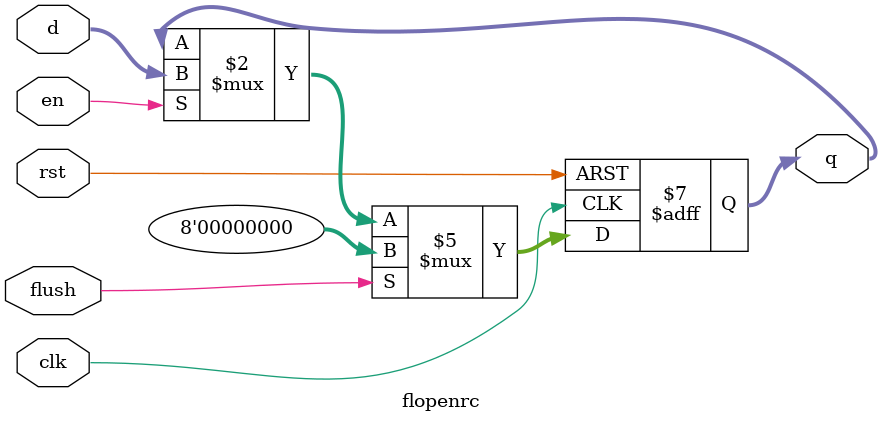
<source format=v>
`timescale 1ns / 1ps

module flopenrc #(parameter WIDTH = 8)(
	input wire clk,rst,en,flush,
	input wire [WIDTH-1:0] d,
	output reg [WIDTH-1:0] q
    );
	
	always @(posedge clk or posedge rst) begin

		if(rst) begin
			q <= 0;

		end else if(flush) begin
			q <= 0;

		end else if(en) begin
			q <= d;
		end
		
	end
endmodule

</source>
